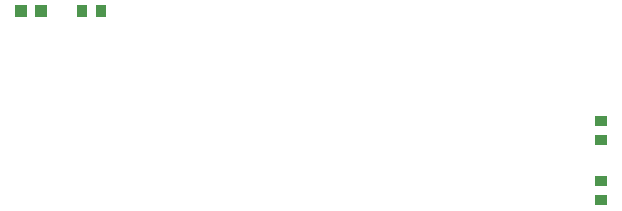
<source format=gbr>
G04 EAGLE Gerber RS-274X export*
G75*
%MOMM*%
%FSLAX34Y34*%
%LPD*%
%INSolderpaste Bottom*%
%IPPOS*%
%AMOC8*
5,1,8,0,0,1.08239X$1,22.5*%
G01*
%ADD10R,1.100000X1.000000*%
%ADD11R,1.031241X0.949959*%
%ADD12R,0.949959X1.031241*%


D10*
X376800Y660400D03*
X359800Y660400D03*
D11*
X850900Y516001D03*
X850900Y499999D03*
X850900Y550799D03*
X850900Y566801D03*
D12*
X427101Y660400D03*
X411099Y660400D03*
M02*

</source>
